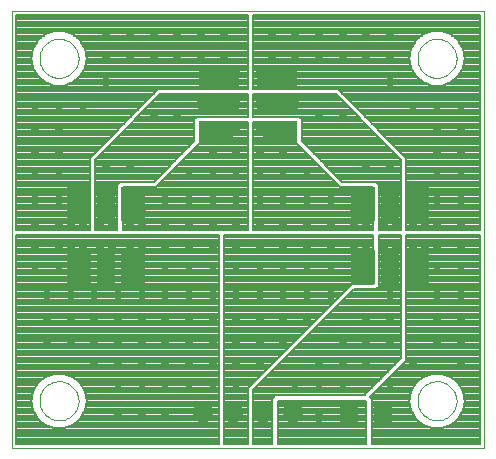
<source format=gtl>
G75*
G70*
%OFA0B0*%
%FSLAX24Y24*%
%IPPOS*%
%LPD*%
%AMOC8*
5,1,8,0,0,1.08239X$1,22.5*
%
%ADD10C,0.0000*%
%ADD11R,0.0787X0.1181*%
%ADD12R,0.0630X0.1181*%
%ADD13R,0.1181X0.0787*%
%ADD14R,0.1181X0.0630*%
%ADD15R,0.0630X0.0710*%
%ADD16C,0.0690*%
%ADD17C,0.0079*%
%ADD18C,0.0300*%
D10*
X000150Y000852D02*
X000150Y015419D01*
X015898Y015419D01*
X015898Y000852D01*
X000150Y000852D01*
X001075Y002427D02*
X001077Y002477D01*
X001083Y002527D01*
X001093Y002577D01*
X001106Y002625D01*
X001123Y002673D01*
X001144Y002719D01*
X001168Y002763D01*
X001196Y002805D01*
X001227Y002845D01*
X001261Y002882D01*
X001298Y002917D01*
X001337Y002948D01*
X001378Y002977D01*
X001422Y003002D01*
X001468Y003024D01*
X001515Y003042D01*
X001563Y003056D01*
X001612Y003067D01*
X001662Y003074D01*
X001712Y003077D01*
X001763Y003076D01*
X001813Y003071D01*
X001863Y003062D01*
X001911Y003050D01*
X001959Y003033D01*
X002005Y003013D01*
X002050Y002990D01*
X002093Y002963D01*
X002133Y002933D01*
X002171Y002900D01*
X002206Y002864D01*
X002239Y002825D01*
X002268Y002784D01*
X002294Y002741D01*
X002317Y002696D01*
X002336Y002649D01*
X002351Y002601D01*
X002363Y002552D01*
X002371Y002502D01*
X002375Y002452D01*
X002375Y002402D01*
X002371Y002352D01*
X002363Y002302D01*
X002351Y002253D01*
X002336Y002205D01*
X002317Y002158D01*
X002294Y002113D01*
X002268Y002070D01*
X002239Y002029D01*
X002206Y001990D01*
X002171Y001954D01*
X002133Y001921D01*
X002093Y001891D01*
X002050Y001864D01*
X002005Y001841D01*
X001959Y001821D01*
X001911Y001804D01*
X001863Y001792D01*
X001813Y001783D01*
X001763Y001778D01*
X001712Y001777D01*
X001662Y001780D01*
X001612Y001787D01*
X001563Y001798D01*
X001515Y001812D01*
X001468Y001830D01*
X001422Y001852D01*
X001378Y001877D01*
X001337Y001906D01*
X001298Y001937D01*
X001261Y001972D01*
X001227Y002009D01*
X001196Y002049D01*
X001168Y002091D01*
X001144Y002135D01*
X001123Y002181D01*
X001106Y002229D01*
X001093Y002277D01*
X001083Y002327D01*
X001077Y002377D01*
X001075Y002427D01*
X001075Y013844D02*
X001077Y013894D01*
X001083Y013944D01*
X001093Y013994D01*
X001106Y014042D01*
X001123Y014090D01*
X001144Y014136D01*
X001168Y014180D01*
X001196Y014222D01*
X001227Y014262D01*
X001261Y014299D01*
X001298Y014334D01*
X001337Y014365D01*
X001378Y014394D01*
X001422Y014419D01*
X001468Y014441D01*
X001515Y014459D01*
X001563Y014473D01*
X001612Y014484D01*
X001662Y014491D01*
X001712Y014494D01*
X001763Y014493D01*
X001813Y014488D01*
X001863Y014479D01*
X001911Y014467D01*
X001959Y014450D01*
X002005Y014430D01*
X002050Y014407D01*
X002093Y014380D01*
X002133Y014350D01*
X002171Y014317D01*
X002206Y014281D01*
X002239Y014242D01*
X002268Y014201D01*
X002294Y014158D01*
X002317Y014113D01*
X002336Y014066D01*
X002351Y014018D01*
X002363Y013969D01*
X002371Y013919D01*
X002375Y013869D01*
X002375Y013819D01*
X002371Y013769D01*
X002363Y013719D01*
X002351Y013670D01*
X002336Y013622D01*
X002317Y013575D01*
X002294Y013530D01*
X002268Y013487D01*
X002239Y013446D01*
X002206Y013407D01*
X002171Y013371D01*
X002133Y013338D01*
X002093Y013308D01*
X002050Y013281D01*
X002005Y013258D01*
X001959Y013238D01*
X001911Y013221D01*
X001863Y013209D01*
X001813Y013200D01*
X001763Y013195D01*
X001712Y013194D01*
X001662Y013197D01*
X001612Y013204D01*
X001563Y013215D01*
X001515Y013229D01*
X001468Y013247D01*
X001422Y013269D01*
X001378Y013294D01*
X001337Y013323D01*
X001298Y013354D01*
X001261Y013389D01*
X001227Y013426D01*
X001196Y013466D01*
X001168Y013508D01*
X001144Y013552D01*
X001123Y013598D01*
X001106Y013646D01*
X001093Y013694D01*
X001083Y013744D01*
X001077Y013794D01*
X001075Y013844D01*
X013673Y013844D02*
X013675Y013894D01*
X013681Y013944D01*
X013691Y013994D01*
X013704Y014042D01*
X013721Y014090D01*
X013742Y014136D01*
X013766Y014180D01*
X013794Y014222D01*
X013825Y014262D01*
X013859Y014299D01*
X013896Y014334D01*
X013935Y014365D01*
X013976Y014394D01*
X014020Y014419D01*
X014066Y014441D01*
X014113Y014459D01*
X014161Y014473D01*
X014210Y014484D01*
X014260Y014491D01*
X014310Y014494D01*
X014361Y014493D01*
X014411Y014488D01*
X014461Y014479D01*
X014509Y014467D01*
X014557Y014450D01*
X014603Y014430D01*
X014648Y014407D01*
X014691Y014380D01*
X014731Y014350D01*
X014769Y014317D01*
X014804Y014281D01*
X014837Y014242D01*
X014866Y014201D01*
X014892Y014158D01*
X014915Y014113D01*
X014934Y014066D01*
X014949Y014018D01*
X014961Y013969D01*
X014969Y013919D01*
X014973Y013869D01*
X014973Y013819D01*
X014969Y013769D01*
X014961Y013719D01*
X014949Y013670D01*
X014934Y013622D01*
X014915Y013575D01*
X014892Y013530D01*
X014866Y013487D01*
X014837Y013446D01*
X014804Y013407D01*
X014769Y013371D01*
X014731Y013338D01*
X014691Y013308D01*
X014648Y013281D01*
X014603Y013258D01*
X014557Y013238D01*
X014509Y013221D01*
X014461Y013209D01*
X014411Y013200D01*
X014361Y013195D01*
X014310Y013194D01*
X014260Y013197D01*
X014210Y013204D01*
X014161Y013215D01*
X014113Y013229D01*
X014066Y013247D01*
X014020Y013269D01*
X013976Y013294D01*
X013935Y013323D01*
X013896Y013354D01*
X013859Y013389D01*
X013825Y013426D01*
X013794Y013466D01*
X013766Y013508D01*
X013742Y013552D01*
X013721Y013598D01*
X013704Y013646D01*
X013691Y013694D01*
X013681Y013744D01*
X013675Y013794D01*
X013673Y013844D01*
X013673Y002427D02*
X013675Y002477D01*
X013681Y002527D01*
X013691Y002577D01*
X013704Y002625D01*
X013721Y002673D01*
X013742Y002719D01*
X013766Y002763D01*
X013794Y002805D01*
X013825Y002845D01*
X013859Y002882D01*
X013896Y002917D01*
X013935Y002948D01*
X013976Y002977D01*
X014020Y003002D01*
X014066Y003024D01*
X014113Y003042D01*
X014161Y003056D01*
X014210Y003067D01*
X014260Y003074D01*
X014310Y003077D01*
X014361Y003076D01*
X014411Y003071D01*
X014461Y003062D01*
X014509Y003050D01*
X014557Y003033D01*
X014603Y003013D01*
X014648Y002990D01*
X014691Y002963D01*
X014731Y002933D01*
X014769Y002900D01*
X014804Y002864D01*
X014837Y002825D01*
X014866Y002784D01*
X014892Y002741D01*
X014915Y002696D01*
X014934Y002649D01*
X014949Y002601D01*
X014961Y002552D01*
X014969Y002502D01*
X014973Y002452D01*
X014973Y002402D01*
X014969Y002352D01*
X014961Y002302D01*
X014949Y002253D01*
X014934Y002205D01*
X014915Y002158D01*
X014892Y002113D01*
X014866Y002070D01*
X014837Y002029D01*
X014804Y001990D01*
X014769Y001954D01*
X014731Y001921D01*
X014691Y001891D01*
X014648Y001864D01*
X014603Y001841D01*
X014557Y001821D01*
X014509Y001804D01*
X014461Y001792D01*
X014411Y001783D01*
X014361Y001778D01*
X014310Y001777D01*
X014260Y001780D01*
X014210Y001787D01*
X014161Y001798D01*
X014113Y001812D01*
X014066Y001830D01*
X014020Y001852D01*
X013976Y001877D01*
X013935Y001906D01*
X013896Y001937D01*
X013859Y001972D01*
X013825Y002009D01*
X013794Y002049D01*
X013766Y002091D01*
X013742Y002135D01*
X013721Y002181D01*
X013704Y002229D01*
X013691Y002277D01*
X013681Y002327D01*
X013675Y002377D01*
X013673Y002427D01*
D11*
X013654Y006876D03*
X011843Y006876D03*
X011843Y009002D03*
X013654Y009002D03*
X004205Y009002D03*
X002394Y009002D03*
X002394Y006876D03*
X004205Y006876D03*
D12*
X003300Y006876D03*
X003300Y009002D03*
X012748Y009002D03*
X012748Y006876D03*
D13*
X009087Y011364D03*
X009087Y013175D03*
X006961Y013175D03*
X006961Y011364D03*
D14*
X006961Y012270D03*
X009087Y012270D03*
D15*
X011401Y002033D03*
X012521Y002033D03*
D16*
X009524Y002033D03*
X008524Y002033D03*
X007524Y002033D03*
X006524Y002033D03*
D17*
X007040Y002011D02*
X002535Y002011D01*
X002579Y002088D02*
X007040Y002088D01*
X007040Y002130D02*
X007040Y001937D01*
X007040Y001937D01*
X007040Y000992D01*
X000289Y000992D01*
X000289Y007939D01*
X007040Y007939D01*
X007040Y002130D01*
X007040Y002130D01*
X007040Y002165D02*
X002602Y002165D01*
X002593Y002111D02*
X002648Y002427D01*
X002593Y002743D01*
X002432Y003021D01*
X002187Y003227D01*
X002187Y003227D01*
X001885Y003336D01*
X001564Y003336D01*
X001263Y003227D01*
X001017Y003021D01*
X000857Y002743D01*
X000857Y002743D01*
X000801Y002427D01*
X000801Y002427D01*
X000857Y002111D01*
X001017Y001833D01*
X001263Y001627D01*
X001564Y001518D01*
X001651Y001518D01*
X001885Y001518D01*
X002187Y001627D01*
X002432Y001833D01*
X002432Y001833D01*
X002432Y001833D01*
X002593Y002111D01*
X002593Y002111D01*
X002616Y002243D02*
X007040Y002243D01*
X007040Y002320D02*
X002629Y002320D01*
X002643Y002397D02*
X007040Y002397D01*
X007040Y002474D02*
X002640Y002474D01*
X002648Y002427D02*
X002648Y002427D01*
X002626Y002552D02*
X007040Y002552D01*
X007040Y002629D02*
X002613Y002629D01*
X002599Y002706D02*
X007040Y002706D01*
X007040Y002783D02*
X002569Y002783D01*
X002593Y002743D02*
X002593Y002743D01*
X002525Y002860D02*
X007040Y002860D01*
X007040Y002938D02*
X002480Y002938D01*
X002435Y003015D02*
X007040Y003015D01*
X007040Y003092D02*
X002347Y003092D01*
X002432Y003021D02*
X002432Y003021D01*
X002255Y003169D02*
X007040Y003169D01*
X007040Y003247D02*
X002132Y003247D01*
X001919Y003324D02*
X007040Y003324D01*
X007040Y003401D02*
X000289Y003401D01*
X000289Y003324D02*
X001530Y003324D01*
X001318Y003247D02*
X000289Y003247D01*
X000289Y003169D02*
X001195Y003169D01*
X001263Y003227D02*
X001263Y003227D01*
X001103Y003092D02*
X000289Y003092D01*
X000289Y003015D02*
X001014Y003015D01*
X001017Y003021D02*
X001017Y003021D01*
X001017Y003021D01*
X000970Y002938D02*
X000289Y002938D01*
X000289Y002860D02*
X000925Y002860D01*
X000880Y002783D02*
X000289Y002783D01*
X000289Y002706D02*
X000851Y002706D01*
X000837Y002629D02*
X000289Y002629D01*
X000289Y002552D02*
X000823Y002552D01*
X000810Y002474D02*
X000289Y002474D01*
X000289Y002397D02*
X000807Y002397D01*
X000820Y002320D02*
X000289Y002320D01*
X000289Y002243D02*
X000834Y002243D01*
X000848Y002165D02*
X000289Y002165D01*
X000289Y002088D02*
X000870Y002088D01*
X000915Y002011D02*
X000289Y002011D01*
X000289Y001934D02*
X000960Y001934D01*
X001004Y001856D02*
X000289Y001856D01*
X000289Y001779D02*
X001082Y001779D01*
X001174Y001702D02*
X000289Y001702D01*
X000289Y001625D02*
X001271Y001625D01*
X001263Y001627D02*
X001263Y001627D01*
X001483Y001547D02*
X000289Y001547D01*
X000289Y001470D02*
X007040Y001470D01*
X007040Y001393D02*
X000289Y001393D01*
X000289Y001316D02*
X007040Y001316D01*
X007040Y001238D02*
X000289Y001238D01*
X000289Y001161D02*
X007040Y001161D01*
X007040Y001084D02*
X000289Y001084D01*
X000289Y001007D02*
X007040Y001007D01*
X007219Y001007D02*
X008024Y001007D01*
X008024Y000992D02*
X007219Y000992D01*
X007219Y007939D01*
X012197Y007939D01*
X012197Y006325D01*
X011489Y006325D01*
X008024Y002860D01*
X008024Y000992D01*
X008024Y001084D02*
X007219Y001084D01*
X007219Y001161D02*
X008024Y001161D01*
X008024Y001238D02*
X007219Y001238D01*
X007219Y001316D02*
X008024Y001316D01*
X008024Y001393D02*
X007219Y001393D01*
X007219Y001470D02*
X008024Y001470D01*
X008024Y001547D02*
X007219Y001547D01*
X007219Y001625D02*
X008024Y001625D01*
X008024Y001702D02*
X007219Y001702D01*
X007219Y001779D02*
X008024Y001779D01*
X008024Y001856D02*
X007219Y001856D01*
X007219Y001934D02*
X008024Y001934D01*
X008024Y002011D02*
X007219Y002011D01*
X007219Y002088D02*
X008024Y002088D01*
X008024Y002165D02*
X007219Y002165D01*
X007219Y002243D02*
X008024Y002243D01*
X008024Y002320D02*
X007219Y002320D01*
X007219Y002397D02*
X008024Y002397D01*
X008024Y002474D02*
X007219Y002474D01*
X007219Y002552D02*
X008024Y002552D01*
X008024Y002629D02*
X007219Y002629D01*
X007219Y002706D02*
X008024Y002706D01*
X008024Y002783D02*
X007219Y002783D01*
X007219Y002860D02*
X008024Y002860D01*
X008102Y002938D02*
X007219Y002938D01*
X007219Y003015D02*
X008179Y003015D01*
X008256Y003092D02*
X007219Y003092D01*
X007219Y003169D02*
X008333Y003169D01*
X008411Y003247D02*
X007219Y003247D01*
X007219Y003324D02*
X008488Y003324D01*
X008565Y003401D02*
X007219Y003401D01*
X007219Y003478D02*
X008642Y003478D01*
X008720Y003556D02*
X007219Y003556D01*
X007219Y003633D02*
X008797Y003633D01*
X008874Y003710D02*
X007219Y003710D01*
X007219Y003787D02*
X008951Y003787D01*
X009029Y003865D02*
X007219Y003865D01*
X007219Y003942D02*
X009106Y003942D01*
X009183Y004019D02*
X007219Y004019D01*
X007219Y004096D02*
X009260Y004096D01*
X009337Y004174D02*
X007219Y004174D01*
X007219Y004251D02*
X009415Y004251D01*
X009492Y004328D02*
X007219Y004328D01*
X007219Y004405D02*
X009569Y004405D01*
X009646Y004483D02*
X007219Y004483D01*
X007219Y004560D02*
X009724Y004560D01*
X009801Y004637D02*
X007219Y004637D01*
X007219Y004714D02*
X009878Y004714D01*
X009955Y004791D02*
X007219Y004791D01*
X007219Y004869D02*
X010033Y004869D01*
X010110Y004946D02*
X007219Y004946D01*
X007219Y005023D02*
X010187Y005023D01*
X010264Y005100D02*
X007219Y005100D01*
X007219Y005178D02*
X010342Y005178D01*
X010419Y005255D02*
X007219Y005255D01*
X007219Y005332D02*
X010496Y005332D01*
X010573Y005409D02*
X007219Y005409D01*
X007219Y005487D02*
X010651Y005487D01*
X010728Y005564D02*
X007219Y005564D01*
X007219Y005641D02*
X010805Y005641D01*
X010882Y005718D02*
X007219Y005718D01*
X007219Y005796D02*
X010960Y005796D01*
X011037Y005873D02*
X007219Y005873D01*
X007219Y005950D02*
X011114Y005950D01*
X011191Y006027D02*
X007219Y006027D01*
X007219Y006105D02*
X011268Y006105D01*
X011346Y006182D02*
X007219Y006182D01*
X007219Y006259D02*
X011423Y006259D01*
X011563Y006146D02*
X012294Y006146D01*
X012376Y006228D01*
X012376Y007939D01*
X013121Y007939D01*
X013121Y003840D01*
X011887Y002606D01*
X008934Y002606D01*
X008830Y002501D01*
X008830Y000992D01*
X008203Y000992D01*
X008203Y002786D01*
X011563Y006146D01*
X011521Y006105D02*
X013121Y006105D01*
X013121Y006182D02*
X012330Y006182D01*
X012376Y006259D02*
X013121Y006259D01*
X013121Y006336D02*
X012376Y006336D01*
X012376Y006414D02*
X013121Y006414D01*
X013121Y006491D02*
X012376Y006491D01*
X012376Y006568D02*
X013121Y006568D01*
X013121Y006645D02*
X012376Y006645D01*
X012376Y006723D02*
X013121Y006723D01*
X013121Y006800D02*
X012376Y006800D01*
X012376Y006877D02*
X013121Y006877D01*
X013121Y006954D02*
X012376Y006954D01*
X012376Y007031D02*
X013121Y007031D01*
X013121Y007109D02*
X012376Y007109D01*
X012376Y007186D02*
X013121Y007186D01*
X013121Y007263D02*
X012376Y007263D01*
X012376Y007340D02*
X013121Y007340D01*
X013121Y007418D02*
X012376Y007418D01*
X012376Y007495D02*
X013121Y007495D01*
X013121Y007572D02*
X012376Y007572D01*
X012376Y007649D02*
X013121Y007649D01*
X013121Y007727D02*
X012376Y007727D01*
X012376Y007804D02*
X013121Y007804D01*
X013121Y007881D02*
X012376Y007881D01*
X012197Y007881D02*
X007219Y007881D01*
X007219Y007804D02*
X012197Y007804D01*
X012197Y007727D02*
X007219Y007727D01*
X007219Y007649D02*
X012197Y007649D01*
X012197Y007572D02*
X007219Y007572D01*
X007219Y007495D02*
X012197Y007495D01*
X012197Y007418D02*
X007219Y007418D01*
X007219Y007340D02*
X012197Y007340D01*
X012197Y007263D02*
X007219Y007263D01*
X007219Y007186D02*
X012197Y007186D01*
X012197Y007109D02*
X007219Y007109D01*
X007219Y007031D02*
X012197Y007031D01*
X012197Y006954D02*
X007219Y006954D01*
X007219Y006877D02*
X012197Y006877D01*
X012197Y006800D02*
X007219Y006800D01*
X007219Y006723D02*
X012197Y006723D01*
X012197Y006645D02*
X007219Y006645D01*
X007219Y006568D02*
X012197Y006568D01*
X012197Y006491D02*
X007219Y006491D01*
X007219Y006414D02*
X012197Y006414D01*
X012197Y006336D02*
X007219Y006336D01*
X007040Y006336D02*
X000289Y006336D01*
X000289Y006259D02*
X007040Y006259D01*
X007040Y006182D02*
X000289Y006182D01*
X000289Y006105D02*
X007040Y006105D01*
X007040Y006027D02*
X000289Y006027D01*
X000289Y005950D02*
X007040Y005950D01*
X007040Y005873D02*
X000289Y005873D01*
X000289Y005796D02*
X007040Y005796D01*
X007040Y005718D02*
X000289Y005718D01*
X000289Y005641D02*
X007040Y005641D01*
X007040Y005564D02*
X000289Y005564D01*
X000289Y005487D02*
X007040Y005487D01*
X007040Y005409D02*
X000289Y005409D01*
X000289Y005332D02*
X007040Y005332D01*
X007040Y005255D02*
X000289Y005255D01*
X000289Y005178D02*
X007040Y005178D01*
X007040Y005100D02*
X000289Y005100D01*
X000289Y005023D02*
X007040Y005023D01*
X007040Y004946D02*
X000289Y004946D01*
X000289Y004869D02*
X007040Y004869D01*
X007040Y004791D02*
X000289Y004791D01*
X000289Y004714D02*
X007040Y004714D01*
X007040Y004637D02*
X000289Y004637D01*
X000289Y004560D02*
X007040Y004560D01*
X007040Y004483D02*
X000289Y004483D01*
X000289Y004405D02*
X007040Y004405D01*
X007040Y004328D02*
X000289Y004328D01*
X000289Y004251D02*
X007040Y004251D01*
X007040Y004174D02*
X000289Y004174D01*
X000289Y004096D02*
X007040Y004096D01*
X007040Y004019D02*
X000289Y004019D01*
X000289Y003942D02*
X007040Y003942D01*
X007040Y003865D02*
X000289Y003865D01*
X000289Y003787D02*
X007040Y003787D01*
X007040Y003710D02*
X000289Y003710D01*
X000289Y003633D02*
X007040Y003633D01*
X007040Y003556D02*
X000289Y003556D01*
X000289Y003478D02*
X007040Y003478D01*
X008203Y002783D02*
X012064Y002783D01*
X011987Y002706D02*
X008203Y002706D01*
X008203Y002629D02*
X011910Y002629D01*
X012087Y002553D02*
X013300Y003766D01*
X013300Y007939D01*
X015759Y007939D01*
X015759Y000992D01*
X012140Y000992D01*
X012140Y002501D01*
X012087Y002553D01*
X012089Y002552D02*
X013422Y002552D01*
X013435Y002629D02*
X012163Y002629D01*
X012240Y002706D02*
X013449Y002706D01*
X013456Y002743D02*
X013400Y002427D01*
X013456Y002111D01*
X013616Y001833D01*
X013862Y001627D01*
X014163Y001518D01*
X014398Y001518D01*
X014484Y001518D01*
X014785Y001627D01*
X015031Y001833D01*
X015191Y002111D01*
X015191Y002111D01*
X015247Y002427D01*
X015191Y002743D01*
X015031Y003021D01*
X014785Y003227D01*
X014484Y003336D01*
X014163Y003336D01*
X013862Y003227D01*
X013862Y003227D01*
X013616Y003021D01*
X013616Y003021D01*
X013616Y003021D01*
X013456Y002743D01*
X013456Y002743D01*
X013479Y002783D02*
X012317Y002783D01*
X012394Y002860D02*
X013523Y002860D01*
X013568Y002938D02*
X012472Y002938D01*
X012549Y003015D02*
X013613Y003015D01*
X013701Y003092D02*
X012626Y003092D01*
X012703Y003169D02*
X013793Y003169D01*
X013916Y003247D02*
X012781Y003247D01*
X012858Y003324D02*
X014129Y003324D01*
X014518Y003324D02*
X015759Y003324D01*
X015759Y003401D02*
X012935Y003401D01*
X013012Y003478D02*
X015759Y003478D01*
X015759Y003556D02*
X013090Y003556D01*
X013167Y003633D02*
X015759Y003633D01*
X015759Y003710D02*
X013244Y003710D01*
X013300Y003787D02*
X015759Y003787D01*
X015759Y003865D02*
X013300Y003865D01*
X013300Y003942D02*
X015759Y003942D01*
X015759Y004019D02*
X013300Y004019D01*
X013300Y004096D02*
X015759Y004096D01*
X015759Y004174D02*
X013300Y004174D01*
X013300Y004251D02*
X015759Y004251D01*
X015759Y004328D02*
X013300Y004328D01*
X013300Y004405D02*
X015759Y004405D01*
X015759Y004483D02*
X013300Y004483D01*
X013300Y004560D02*
X015759Y004560D01*
X015759Y004637D02*
X013300Y004637D01*
X013300Y004714D02*
X015759Y004714D01*
X015759Y004791D02*
X013300Y004791D01*
X013300Y004869D02*
X015759Y004869D01*
X015759Y004946D02*
X013300Y004946D01*
X013300Y005023D02*
X015759Y005023D01*
X015759Y005100D02*
X013300Y005100D01*
X013300Y005178D02*
X015759Y005178D01*
X015759Y005255D02*
X013300Y005255D01*
X013300Y005332D02*
X015759Y005332D01*
X015759Y005409D02*
X013300Y005409D01*
X013300Y005487D02*
X015759Y005487D01*
X015759Y005564D02*
X013300Y005564D01*
X013300Y005641D02*
X015759Y005641D01*
X015759Y005718D02*
X013300Y005718D01*
X013300Y005796D02*
X015759Y005796D01*
X015759Y005873D02*
X013300Y005873D01*
X013300Y005950D02*
X015759Y005950D01*
X015759Y006027D02*
X013300Y006027D01*
X013300Y006105D02*
X015759Y006105D01*
X015759Y006182D02*
X013300Y006182D01*
X013300Y006259D02*
X015759Y006259D01*
X015759Y006336D02*
X013300Y006336D01*
X013300Y006414D02*
X015759Y006414D01*
X015759Y006491D02*
X013300Y006491D01*
X013300Y006568D02*
X015759Y006568D01*
X015759Y006645D02*
X013300Y006645D01*
X013300Y006723D02*
X015759Y006723D01*
X015759Y006800D02*
X013300Y006800D01*
X013300Y006877D02*
X015759Y006877D01*
X015759Y006954D02*
X013300Y006954D01*
X013300Y007031D02*
X015759Y007031D01*
X015759Y007109D02*
X013300Y007109D01*
X013300Y007186D02*
X015759Y007186D01*
X015759Y007263D02*
X013300Y007263D01*
X013300Y007340D02*
X015759Y007340D01*
X015759Y007418D02*
X013300Y007418D01*
X013300Y007495D02*
X015759Y007495D01*
X015759Y007572D02*
X013300Y007572D01*
X013300Y007649D02*
X015759Y007649D01*
X015759Y007727D02*
X013300Y007727D01*
X013300Y007804D02*
X015759Y007804D01*
X015759Y007881D02*
X013300Y007881D01*
X013300Y008118D02*
X013300Y010537D01*
X011016Y012821D01*
X008203Y012821D01*
X008203Y015280D01*
X015759Y015280D01*
X015759Y008118D01*
X013300Y008118D01*
X013300Y008190D02*
X015759Y008190D01*
X015759Y008267D02*
X013300Y008267D01*
X013300Y008345D02*
X015759Y008345D01*
X015759Y008422D02*
X013300Y008422D01*
X013300Y008499D02*
X015759Y008499D01*
X015759Y008576D02*
X013300Y008576D01*
X013300Y008654D02*
X015759Y008654D01*
X015759Y008731D02*
X013300Y008731D01*
X013300Y008808D02*
X015759Y008808D01*
X015759Y008885D02*
X013300Y008885D01*
X013300Y008962D02*
X015759Y008962D01*
X015759Y009040D02*
X013300Y009040D01*
X013300Y009117D02*
X015759Y009117D01*
X015759Y009194D02*
X013300Y009194D01*
X013300Y009271D02*
X015759Y009271D01*
X015759Y009349D02*
X013300Y009349D01*
X013300Y009426D02*
X015759Y009426D01*
X015759Y009503D02*
X013300Y009503D01*
X013300Y009580D02*
X015759Y009580D01*
X015759Y009658D02*
X013300Y009658D01*
X013300Y009735D02*
X015759Y009735D01*
X015759Y009812D02*
X013300Y009812D01*
X013300Y009889D02*
X015759Y009889D01*
X015759Y009967D02*
X013300Y009967D01*
X013300Y010044D02*
X015759Y010044D01*
X015759Y010121D02*
X013300Y010121D01*
X013300Y010198D02*
X015759Y010198D01*
X015759Y010276D02*
X013300Y010276D01*
X013300Y010353D02*
X015759Y010353D01*
X015759Y010430D02*
X013300Y010430D01*
X013300Y010507D02*
X015759Y010507D01*
X015759Y010585D02*
X013252Y010585D01*
X013175Y010662D02*
X015759Y010662D01*
X015759Y010739D02*
X013098Y010739D01*
X013021Y010816D02*
X015759Y010816D01*
X015759Y010893D02*
X012943Y010893D01*
X012866Y010971D02*
X015759Y010971D01*
X015759Y011048D02*
X012789Y011048D01*
X012712Y011125D02*
X015759Y011125D01*
X015759Y011202D02*
X012634Y011202D01*
X012557Y011280D02*
X015759Y011280D01*
X015759Y011357D02*
X012480Y011357D01*
X012403Y011434D02*
X015759Y011434D01*
X015759Y011511D02*
X012325Y011511D01*
X012248Y011589D02*
X015759Y011589D01*
X015759Y011666D02*
X012171Y011666D01*
X012094Y011743D02*
X015759Y011743D01*
X015759Y011820D02*
X012017Y011820D01*
X011939Y011898D02*
X015759Y011898D01*
X015759Y011975D02*
X011862Y011975D01*
X011785Y012052D02*
X015759Y012052D01*
X015759Y012129D02*
X011708Y012129D01*
X011630Y012207D02*
X015759Y012207D01*
X015759Y012284D02*
X011553Y012284D01*
X011476Y012361D02*
X015759Y012361D01*
X015759Y012438D02*
X011399Y012438D01*
X011321Y012516D02*
X015759Y012516D01*
X015759Y012593D02*
X011244Y012593D01*
X011167Y012670D02*
X015759Y012670D01*
X015759Y012747D02*
X011090Y012747D01*
X010942Y012642D02*
X012963Y010621D01*
X013121Y010463D01*
X013121Y008118D01*
X012376Y008118D01*
X012376Y009650D01*
X012294Y009732D01*
X011169Y009732D01*
X009817Y011084D01*
X009817Y011792D01*
X009817Y011815D01*
X009735Y011897D01*
X008203Y011897D01*
X008203Y012642D01*
X010942Y012642D01*
X010991Y012593D02*
X008203Y012593D01*
X008203Y012516D02*
X011069Y012516D01*
X011146Y012438D02*
X008203Y012438D01*
X008203Y012361D02*
X011223Y012361D01*
X011300Y012284D02*
X008203Y012284D01*
X008203Y012207D02*
X011378Y012207D01*
X011455Y012129D02*
X008203Y012129D01*
X008203Y012052D02*
X011532Y012052D01*
X011609Y011975D02*
X008203Y011975D01*
X008203Y011898D02*
X011686Y011898D01*
X011764Y011820D02*
X009812Y011820D01*
X009817Y011743D02*
X011841Y011743D01*
X011918Y011666D02*
X009817Y011666D01*
X009817Y011589D02*
X011995Y011589D01*
X012073Y011511D02*
X009817Y011511D01*
X009817Y011434D02*
X012150Y011434D01*
X012227Y011357D02*
X009817Y011357D01*
X009817Y011280D02*
X012304Y011280D01*
X012382Y011202D02*
X009817Y011202D01*
X009817Y011125D02*
X012459Y011125D01*
X012536Y011048D02*
X009853Y011048D01*
X009930Y010971D02*
X012613Y010971D01*
X012691Y010893D02*
X010007Y010893D01*
X010084Y010816D02*
X012768Y010816D01*
X012845Y010739D02*
X010162Y010739D01*
X010239Y010662D02*
X012922Y010662D01*
X013000Y010585D02*
X010316Y010585D01*
X010393Y010507D02*
X013077Y010507D01*
X013121Y010430D02*
X010471Y010430D01*
X010548Y010353D02*
X013121Y010353D01*
X013121Y010276D02*
X010625Y010276D01*
X010702Y010198D02*
X013121Y010198D01*
X013121Y010121D02*
X010780Y010121D01*
X010857Y010044D02*
X013121Y010044D01*
X013121Y009967D02*
X010934Y009967D01*
X011011Y009889D02*
X013121Y009889D01*
X013121Y009812D02*
X011089Y009812D01*
X011166Y009735D02*
X013121Y009735D01*
X013121Y009658D02*
X012368Y009658D01*
X012376Y009580D02*
X013121Y009580D01*
X013121Y009503D02*
X012376Y009503D01*
X012376Y009426D02*
X013121Y009426D01*
X013121Y009349D02*
X012376Y009349D01*
X012376Y009271D02*
X013121Y009271D01*
X013121Y009194D02*
X012376Y009194D01*
X012376Y009117D02*
X013121Y009117D01*
X013121Y009040D02*
X012376Y009040D01*
X012376Y008962D02*
X013121Y008962D01*
X013121Y008885D02*
X012376Y008885D01*
X012376Y008808D02*
X013121Y008808D01*
X013121Y008731D02*
X012376Y008731D01*
X012376Y008654D02*
X013121Y008654D01*
X013121Y008576D02*
X012376Y008576D01*
X012376Y008499D02*
X013121Y008499D01*
X013121Y008422D02*
X012376Y008422D01*
X012376Y008345D02*
X013121Y008345D01*
X013121Y008267D02*
X012376Y008267D01*
X012376Y008190D02*
X013121Y008190D01*
X012197Y008190D02*
X008203Y008190D01*
X008203Y008118D02*
X008203Y011718D01*
X009638Y011718D01*
X009638Y011010D01*
X011095Y009553D01*
X012197Y009553D01*
X012197Y008118D01*
X008203Y008118D01*
X008203Y008267D02*
X012197Y008267D01*
X012197Y008345D02*
X008203Y008345D01*
X008203Y008422D02*
X012197Y008422D01*
X012197Y008499D02*
X008203Y008499D01*
X008203Y008576D02*
X012197Y008576D01*
X012197Y008654D02*
X008203Y008654D01*
X008203Y008731D02*
X012197Y008731D01*
X012197Y008808D02*
X008203Y008808D01*
X008203Y008885D02*
X012197Y008885D01*
X012197Y008962D02*
X008203Y008962D01*
X008203Y009040D02*
X012197Y009040D01*
X012197Y009117D02*
X008203Y009117D01*
X008203Y009194D02*
X012197Y009194D01*
X012197Y009271D02*
X008203Y009271D01*
X008203Y009349D02*
X012197Y009349D01*
X012197Y009426D02*
X008203Y009426D01*
X008203Y009503D02*
X012197Y009503D01*
X011068Y009580D02*
X008203Y009580D01*
X008203Y009658D02*
X010990Y009658D01*
X010913Y009735D02*
X008203Y009735D01*
X008203Y009812D02*
X010836Y009812D01*
X010759Y009889D02*
X008203Y009889D01*
X008203Y009967D02*
X010681Y009967D01*
X010604Y010044D02*
X008203Y010044D01*
X008203Y010121D02*
X010527Y010121D01*
X010450Y010198D02*
X008203Y010198D01*
X008203Y010276D02*
X010372Y010276D01*
X010295Y010353D02*
X008203Y010353D01*
X008203Y010430D02*
X010218Y010430D01*
X010141Y010507D02*
X008203Y010507D01*
X008203Y010585D02*
X010063Y010585D01*
X009986Y010662D02*
X008203Y010662D01*
X008203Y010739D02*
X009909Y010739D01*
X009832Y010816D02*
X008203Y010816D01*
X008203Y010893D02*
X009754Y010893D01*
X009677Y010971D02*
X008203Y010971D01*
X008203Y011048D02*
X009638Y011048D01*
X009638Y011125D02*
X008203Y011125D01*
X008203Y011202D02*
X009638Y011202D01*
X009638Y011280D02*
X008203Y011280D01*
X008203Y011357D02*
X009638Y011357D01*
X009638Y011434D02*
X008203Y011434D01*
X008203Y011511D02*
X009638Y011511D01*
X009638Y011589D02*
X008203Y011589D01*
X008203Y011666D02*
X009638Y011666D01*
X008203Y012824D02*
X015759Y012824D01*
X015759Y012902D02*
X008203Y012902D01*
X008203Y012979D02*
X014042Y012979D01*
X014163Y012935D02*
X013862Y013045D01*
X013862Y013045D01*
X013616Y013251D01*
X013616Y013251D01*
X013456Y013529D01*
X013456Y013529D01*
X013400Y013844D01*
X013400Y013844D01*
X013456Y014160D01*
X013456Y014160D01*
X013616Y014438D01*
X013616Y014438D01*
X013862Y014644D01*
X014163Y014754D01*
X014163Y014754D01*
X014484Y014754D01*
X014785Y014644D01*
X014785Y014644D01*
X015031Y014438D01*
X015031Y014438D01*
X015191Y014160D01*
X015191Y014160D01*
X015247Y013844D01*
X015247Y013844D01*
X015191Y013529D01*
X015191Y013529D01*
X015031Y013251D01*
X015031Y013251D01*
X015031Y013251D01*
X014785Y013045D01*
X014785Y013045D01*
X014484Y012935D01*
X014249Y012935D01*
X014163Y012935D01*
X013848Y013056D02*
X008203Y013056D01*
X008203Y013133D02*
X013756Y013133D01*
X013664Y013211D02*
X008203Y013211D01*
X008203Y013288D02*
X013594Y013288D01*
X013550Y013365D02*
X008203Y013365D01*
X008203Y013442D02*
X013505Y013442D01*
X013461Y013520D02*
X008203Y013520D01*
X008203Y013597D02*
X013443Y013597D01*
X013430Y013674D02*
X008203Y013674D01*
X008203Y013751D02*
X013416Y013751D01*
X013403Y013829D02*
X008203Y013829D01*
X008203Y013906D02*
X013411Y013906D01*
X013424Y013983D02*
X008203Y013983D01*
X008203Y014060D02*
X013438Y014060D01*
X013452Y014138D02*
X008203Y014138D01*
X008203Y014215D02*
X013487Y014215D01*
X013532Y014292D02*
X008203Y014292D01*
X008203Y014369D02*
X013576Y014369D01*
X013626Y014447D02*
X008203Y014447D01*
X008203Y014524D02*
X013718Y014524D01*
X013810Y014601D02*
X008203Y014601D01*
X008203Y014678D02*
X013956Y014678D01*
X014691Y014678D02*
X015759Y014678D01*
X015759Y014601D02*
X014836Y014601D01*
X014928Y014524D02*
X015759Y014524D01*
X015759Y014447D02*
X015020Y014447D01*
X015070Y014369D02*
X015759Y014369D01*
X015759Y014292D02*
X015115Y014292D01*
X015159Y014215D02*
X015759Y014215D01*
X015759Y014138D02*
X015195Y014138D01*
X015209Y014060D02*
X015759Y014060D01*
X015759Y013983D02*
X015222Y013983D01*
X015236Y013906D02*
X015759Y013906D01*
X015759Y013829D02*
X015244Y013829D01*
X015230Y013751D02*
X015759Y013751D01*
X015759Y013674D02*
X015217Y013674D01*
X015203Y013597D02*
X015759Y013597D01*
X015759Y013520D02*
X015186Y013520D01*
X015141Y013442D02*
X015759Y013442D01*
X015759Y013365D02*
X015097Y013365D01*
X015052Y013288D02*
X015759Y013288D01*
X015759Y013211D02*
X014983Y013211D01*
X014891Y013133D02*
X015759Y013133D01*
X015759Y013056D02*
X014799Y013056D01*
X014604Y012979D02*
X015759Y012979D01*
X015759Y014756D02*
X008203Y014756D01*
X008203Y014833D02*
X015759Y014833D01*
X015759Y014910D02*
X008203Y014910D01*
X008203Y014987D02*
X015759Y014987D01*
X015759Y015064D02*
X008203Y015064D01*
X008203Y015142D02*
X015759Y015142D01*
X015759Y015219D02*
X008203Y015219D01*
X008024Y015219D02*
X000289Y015219D01*
X000289Y015280D02*
X008024Y015280D01*
X008024Y012821D01*
X005032Y012821D01*
X002748Y010537D01*
X002748Y008118D01*
X000289Y008118D01*
X000289Y015280D01*
X000289Y015142D02*
X008024Y015142D01*
X008024Y015064D02*
X000289Y015064D01*
X000289Y014987D02*
X008024Y014987D01*
X008024Y014910D02*
X000289Y014910D01*
X000289Y014833D02*
X008024Y014833D01*
X008024Y014756D02*
X000289Y014756D01*
X000289Y014678D02*
X001357Y014678D01*
X001263Y014644D02*
X001263Y014644D01*
X001017Y014438D01*
X000857Y014160D01*
X000801Y013844D01*
X000857Y013529D01*
X000857Y013529D01*
X001017Y013251D01*
X001017Y013251D01*
X001263Y013045D01*
X001263Y013045D01*
X001564Y012935D01*
X001651Y012935D01*
X001885Y012935D01*
X002187Y013045D01*
X002432Y013251D01*
X002432Y013251D01*
X002593Y013529D01*
X002648Y013844D01*
X002648Y013844D01*
X002593Y014160D01*
X002432Y014438D01*
X002187Y014644D01*
X002187Y014644D01*
X001885Y014754D01*
X001564Y014754D01*
X001263Y014644D01*
X001212Y014601D02*
X000289Y014601D01*
X000289Y014524D02*
X001120Y014524D01*
X001028Y014447D02*
X000289Y014447D01*
X000289Y014369D02*
X000978Y014369D01*
X001017Y014438D02*
X001017Y014438D01*
X001017Y014438D01*
X000933Y014292D02*
X000289Y014292D01*
X000289Y014215D02*
X000889Y014215D01*
X000857Y014160D02*
X000857Y014160D01*
X000853Y014138D02*
X000289Y014138D01*
X000289Y014060D02*
X000839Y014060D01*
X000826Y013983D02*
X000289Y013983D01*
X000289Y013906D02*
X000812Y013906D01*
X000801Y013844D02*
X000801Y013844D01*
X000804Y013829D02*
X000289Y013829D01*
X000289Y013751D02*
X000818Y013751D01*
X000831Y013674D02*
X000289Y013674D01*
X000289Y013597D02*
X000845Y013597D01*
X000862Y013520D02*
X000289Y013520D01*
X000289Y013442D02*
X000907Y013442D01*
X000951Y013365D02*
X000289Y013365D01*
X000289Y013288D02*
X000996Y013288D01*
X001065Y013211D02*
X000289Y013211D01*
X000289Y013133D02*
X001157Y013133D01*
X001249Y013056D02*
X000289Y013056D01*
X000289Y012979D02*
X001444Y012979D01*
X002006Y012979D02*
X008024Y012979D01*
X008024Y013056D02*
X002200Y013056D01*
X002187Y013045D02*
X002187Y013045D01*
X002292Y013133D02*
X008024Y013133D01*
X008024Y013211D02*
X002384Y013211D01*
X002454Y013288D02*
X008024Y013288D01*
X008024Y013365D02*
X002498Y013365D01*
X002543Y013442D02*
X008024Y013442D01*
X008024Y013520D02*
X002587Y013520D01*
X002605Y013597D02*
X008024Y013597D01*
X008024Y013674D02*
X002618Y013674D01*
X002632Y013751D02*
X008024Y013751D01*
X008024Y013829D02*
X002645Y013829D01*
X002637Y013906D02*
X008024Y013906D01*
X008024Y013983D02*
X002624Y013983D01*
X002610Y014060D02*
X008024Y014060D01*
X008024Y014138D02*
X002596Y014138D01*
X002593Y014160D02*
X002593Y014160D01*
X002561Y014215D02*
X008024Y014215D01*
X008024Y014292D02*
X002516Y014292D01*
X002472Y014369D02*
X008024Y014369D01*
X008024Y014447D02*
X002422Y014447D01*
X002432Y014438D02*
X002432Y014438D01*
X002330Y014524D02*
X008024Y014524D01*
X008024Y014601D02*
X002238Y014601D01*
X002092Y014678D02*
X008024Y014678D01*
X008024Y012902D02*
X000289Y012902D01*
X000289Y012824D02*
X008024Y012824D01*
X008024Y012642D02*
X008024Y011897D01*
X006313Y011897D01*
X006231Y011815D01*
X006231Y011084D01*
X004879Y009732D01*
X003754Y009732D01*
X003672Y009650D01*
X003672Y008118D01*
X002927Y008118D01*
X002927Y010463D01*
X003085Y010621D01*
X005106Y012642D01*
X008024Y012642D01*
X008024Y012593D02*
X005057Y012593D01*
X004979Y012516D02*
X008024Y012516D01*
X008024Y012438D02*
X004902Y012438D01*
X004825Y012361D02*
X008024Y012361D01*
X008024Y012284D02*
X004748Y012284D01*
X004671Y012207D02*
X008024Y012207D01*
X008024Y012129D02*
X004593Y012129D01*
X004516Y012052D02*
X008024Y012052D01*
X008024Y011975D02*
X004439Y011975D01*
X004362Y011898D02*
X008024Y011898D01*
X008024Y011718D02*
X008024Y008118D01*
X003851Y008118D01*
X003851Y009553D01*
X004953Y009553D01*
X006410Y011010D01*
X006410Y011718D01*
X008024Y011718D01*
X008024Y011666D02*
X006410Y011666D01*
X006410Y011589D02*
X008024Y011589D01*
X008024Y011511D02*
X006410Y011511D01*
X006410Y011434D02*
X008024Y011434D01*
X008024Y011357D02*
X006410Y011357D01*
X006410Y011280D02*
X008024Y011280D01*
X008024Y011202D02*
X006410Y011202D01*
X006410Y011125D02*
X008024Y011125D01*
X008024Y011048D02*
X006410Y011048D01*
X006371Y010971D02*
X008024Y010971D01*
X008024Y010893D02*
X006294Y010893D01*
X006216Y010816D02*
X008024Y010816D01*
X008024Y010739D02*
X006139Y010739D01*
X006062Y010662D02*
X008024Y010662D01*
X008024Y010585D02*
X005985Y010585D01*
X005907Y010507D02*
X008024Y010507D01*
X008024Y010430D02*
X005830Y010430D01*
X005753Y010353D02*
X008024Y010353D01*
X008024Y010276D02*
X005676Y010276D01*
X005598Y010198D02*
X008024Y010198D01*
X008024Y010121D02*
X005521Y010121D01*
X005444Y010044D02*
X008024Y010044D01*
X008024Y009967D02*
X005367Y009967D01*
X005289Y009889D02*
X008024Y009889D01*
X008024Y009812D02*
X005212Y009812D01*
X005135Y009735D02*
X008024Y009735D01*
X008024Y009658D02*
X005058Y009658D01*
X004981Y009580D02*
X008024Y009580D01*
X008024Y009503D02*
X003851Y009503D01*
X003851Y009426D02*
X008024Y009426D01*
X008024Y009349D02*
X003851Y009349D01*
X003851Y009271D02*
X008024Y009271D01*
X008024Y009194D02*
X003851Y009194D01*
X003851Y009117D02*
X008024Y009117D01*
X008024Y009040D02*
X003851Y009040D01*
X003851Y008962D02*
X008024Y008962D01*
X008024Y008885D02*
X003851Y008885D01*
X003851Y008808D02*
X008024Y008808D01*
X008024Y008731D02*
X003851Y008731D01*
X003851Y008654D02*
X008024Y008654D01*
X008024Y008576D02*
X003851Y008576D01*
X003851Y008499D02*
X008024Y008499D01*
X008024Y008422D02*
X003851Y008422D01*
X003851Y008345D02*
X008024Y008345D01*
X008024Y008267D02*
X003851Y008267D01*
X003851Y008190D02*
X008024Y008190D01*
X007040Y007881D02*
X000289Y007881D01*
X000289Y007804D02*
X007040Y007804D01*
X007040Y007727D02*
X000289Y007727D01*
X000289Y007649D02*
X007040Y007649D01*
X007040Y007572D02*
X000289Y007572D01*
X000289Y007495D02*
X007040Y007495D01*
X007040Y007418D02*
X000289Y007418D01*
X000289Y007340D02*
X007040Y007340D01*
X007040Y007263D02*
X000289Y007263D01*
X000289Y007186D02*
X007040Y007186D01*
X007040Y007109D02*
X000289Y007109D01*
X000289Y007031D02*
X007040Y007031D01*
X007040Y006954D02*
X000289Y006954D01*
X000289Y006877D02*
X007040Y006877D01*
X007040Y006800D02*
X000289Y006800D01*
X000289Y006723D02*
X007040Y006723D01*
X007040Y006645D02*
X000289Y006645D01*
X000289Y006568D02*
X007040Y006568D01*
X007040Y006491D02*
X000289Y006491D01*
X000289Y006414D02*
X007040Y006414D01*
X009436Y004019D02*
X013121Y004019D01*
X013121Y003942D02*
X009359Y003942D01*
X009281Y003865D02*
X013121Y003865D01*
X013069Y003787D02*
X009204Y003787D01*
X009127Y003710D02*
X012991Y003710D01*
X012914Y003633D02*
X009050Y003633D01*
X008972Y003556D02*
X012837Y003556D01*
X012760Y003478D02*
X008895Y003478D01*
X008818Y003401D02*
X012682Y003401D01*
X012605Y003324D02*
X008741Y003324D01*
X008663Y003247D02*
X012528Y003247D01*
X012451Y003169D02*
X008586Y003169D01*
X008509Y003092D02*
X012373Y003092D01*
X012296Y003015D02*
X008432Y003015D01*
X008354Y002938D02*
X012219Y002938D01*
X012142Y002860D02*
X008277Y002860D01*
X008203Y002552D02*
X008880Y002552D01*
X008830Y002474D02*
X008203Y002474D01*
X008203Y002397D02*
X008830Y002397D01*
X008830Y002320D02*
X008203Y002320D01*
X008203Y002243D02*
X008830Y002243D01*
X008830Y002165D02*
X008203Y002165D01*
X008203Y002088D02*
X008830Y002088D01*
X008830Y002011D02*
X008203Y002011D01*
X008203Y001934D02*
X008830Y001934D01*
X008830Y001856D02*
X008203Y001856D01*
X008203Y001779D02*
X008830Y001779D01*
X008830Y001702D02*
X008203Y001702D01*
X008203Y001625D02*
X008830Y001625D01*
X008830Y001547D02*
X008203Y001547D01*
X008203Y001470D02*
X008830Y001470D01*
X008830Y001393D02*
X008203Y001393D01*
X008203Y001316D02*
X008830Y001316D01*
X008830Y001238D02*
X008203Y001238D01*
X008203Y001161D02*
X008830Y001161D01*
X008830Y001084D02*
X008203Y001084D01*
X008203Y001007D02*
X008830Y001007D01*
X009008Y001007D02*
X011961Y001007D01*
X011961Y000992D02*
X009008Y000992D01*
X009008Y001937D01*
X009008Y002130D01*
X009008Y002427D01*
X011961Y002427D01*
X011961Y000992D01*
X011961Y001084D02*
X009008Y001084D01*
X009008Y001161D02*
X011961Y001161D01*
X011961Y001238D02*
X009008Y001238D01*
X009008Y001316D02*
X011961Y001316D01*
X011961Y001393D02*
X009008Y001393D01*
X009008Y001470D02*
X011961Y001470D01*
X011961Y001547D02*
X009008Y001547D01*
X009008Y001625D02*
X011961Y001625D01*
X011961Y001702D02*
X009008Y001702D01*
X009008Y001779D02*
X011961Y001779D01*
X011961Y001856D02*
X009008Y001856D01*
X009008Y001934D02*
X011961Y001934D01*
X011961Y002011D02*
X009008Y002011D01*
X009008Y001937D02*
X009008Y001937D01*
X009008Y002088D02*
X011961Y002088D01*
X011961Y002165D02*
X009008Y002165D01*
X009008Y002130D02*
X009008Y002130D01*
X009008Y002243D02*
X011961Y002243D01*
X011961Y002320D02*
X009008Y002320D01*
X009008Y002397D02*
X011961Y002397D01*
X012140Y002397D02*
X013405Y002397D01*
X013400Y002427D02*
X013400Y002427D01*
X013408Y002474D02*
X012140Y002474D01*
X012140Y002320D02*
X013419Y002320D01*
X013432Y002243D02*
X012140Y002243D01*
X012140Y002165D02*
X013446Y002165D01*
X013456Y002111D02*
X013456Y002111D01*
X013469Y002088D02*
X012140Y002088D01*
X012140Y002011D02*
X013513Y002011D01*
X013558Y001934D02*
X012140Y001934D01*
X012140Y001856D02*
X013603Y001856D01*
X013616Y001833D02*
X013616Y001833D01*
X013681Y001779D02*
X012140Y001779D01*
X012140Y001702D02*
X013773Y001702D01*
X013862Y001627D02*
X013862Y001627D01*
X013869Y001625D02*
X012140Y001625D01*
X012140Y001547D02*
X014081Y001547D01*
X014484Y001518D02*
X014484Y001518D01*
X014565Y001547D02*
X015759Y001547D01*
X015759Y001470D02*
X012140Y001470D01*
X012140Y001393D02*
X015759Y001393D01*
X015759Y001316D02*
X012140Y001316D01*
X012140Y001238D02*
X015759Y001238D01*
X015759Y001161D02*
X012140Y001161D01*
X012140Y001084D02*
X015759Y001084D01*
X015759Y001007D02*
X012140Y001007D01*
X014730Y003247D02*
X015759Y003247D01*
X015759Y003169D02*
X014853Y003169D01*
X014785Y003227D02*
X014785Y003227D01*
X014945Y003092D02*
X015759Y003092D01*
X015759Y003015D02*
X015034Y003015D01*
X015031Y003021D02*
X015031Y003021D01*
X015078Y002938D02*
X015759Y002938D01*
X015759Y002860D02*
X015123Y002860D01*
X015168Y002783D02*
X015759Y002783D01*
X015759Y002706D02*
X015197Y002706D01*
X015191Y002743D02*
X015191Y002743D01*
X015211Y002629D02*
X015759Y002629D01*
X015759Y002552D02*
X015225Y002552D01*
X015238Y002474D02*
X015759Y002474D01*
X015759Y002397D02*
X015241Y002397D01*
X015247Y002427D02*
X015247Y002427D01*
X015228Y002320D02*
X015759Y002320D01*
X015759Y002243D02*
X015214Y002243D01*
X015200Y002165D02*
X015759Y002165D01*
X015759Y002088D02*
X015178Y002088D01*
X015133Y002011D02*
X015759Y002011D01*
X015759Y001934D02*
X015088Y001934D01*
X015044Y001856D02*
X015759Y001856D01*
X015759Y001779D02*
X014966Y001779D01*
X015031Y001833D02*
X015031Y001833D01*
X015031Y001833D01*
X014874Y001702D02*
X015759Y001702D01*
X015759Y001625D02*
X014777Y001625D01*
X014785Y001627D02*
X014785Y001627D01*
X013121Y004096D02*
X009513Y004096D01*
X009590Y004174D02*
X013121Y004174D01*
X013121Y004251D02*
X009667Y004251D01*
X009745Y004328D02*
X013121Y004328D01*
X013121Y004405D02*
X009822Y004405D01*
X009899Y004483D02*
X013121Y004483D01*
X013121Y004560D02*
X009976Y004560D01*
X010054Y004637D02*
X013121Y004637D01*
X013121Y004714D02*
X010131Y004714D01*
X010208Y004791D02*
X013121Y004791D01*
X013121Y004869D02*
X010285Y004869D01*
X010363Y004946D02*
X013121Y004946D01*
X013121Y005023D02*
X010440Y005023D01*
X010517Y005100D02*
X013121Y005100D01*
X013121Y005178D02*
X010594Y005178D01*
X010672Y005255D02*
X013121Y005255D01*
X013121Y005332D02*
X010749Y005332D01*
X010826Y005409D02*
X013121Y005409D01*
X013121Y005487D02*
X010903Y005487D01*
X010981Y005564D02*
X013121Y005564D01*
X013121Y005641D02*
X011058Y005641D01*
X011135Y005718D02*
X013121Y005718D01*
X013121Y005796D02*
X011212Y005796D01*
X011290Y005873D02*
X013121Y005873D01*
X013121Y005950D02*
X011367Y005950D01*
X011444Y006027D02*
X013121Y006027D01*
X007040Y001934D02*
X002490Y001934D01*
X002445Y001856D02*
X007040Y001856D01*
X007040Y001779D02*
X002367Y001779D01*
X002275Y001702D02*
X007040Y001702D01*
X007040Y001625D02*
X002179Y001625D01*
X002187Y001627D02*
X002187Y001627D01*
X001967Y001547D02*
X007040Y001547D01*
X003672Y008190D02*
X002927Y008190D01*
X002927Y008267D02*
X003672Y008267D01*
X003672Y008345D02*
X002927Y008345D01*
X002927Y008422D02*
X003672Y008422D01*
X003672Y008499D02*
X002927Y008499D01*
X002927Y008576D02*
X003672Y008576D01*
X003672Y008654D02*
X002927Y008654D01*
X002927Y008731D02*
X003672Y008731D01*
X003672Y008808D02*
X002927Y008808D01*
X002927Y008885D02*
X003672Y008885D01*
X003672Y008962D02*
X002927Y008962D01*
X002927Y009040D02*
X003672Y009040D01*
X003672Y009117D02*
X002927Y009117D01*
X002927Y009194D02*
X003672Y009194D01*
X003672Y009271D02*
X002927Y009271D01*
X002927Y009349D02*
X003672Y009349D01*
X003672Y009426D02*
X002927Y009426D01*
X002927Y009503D02*
X003672Y009503D01*
X003672Y009580D02*
X002927Y009580D01*
X002927Y009658D02*
X003680Y009658D01*
X002927Y009735D02*
X004882Y009735D01*
X004959Y009812D02*
X002927Y009812D01*
X002927Y009889D02*
X005037Y009889D01*
X005114Y009967D02*
X002927Y009967D01*
X002927Y010044D02*
X005191Y010044D01*
X005268Y010121D02*
X002927Y010121D01*
X002927Y010198D02*
X005346Y010198D01*
X005423Y010276D02*
X002927Y010276D01*
X002927Y010353D02*
X005500Y010353D01*
X005577Y010430D02*
X002927Y010430D01*
X002971Y010507D02*
X005655Y010507D01*
X005732Y010585D02*
X003048Y010585D01*
X003126Y010662D02*
X005809Y010662D01*
X005886Y010739D02*
X003203Y010739D01*
X003280Y010816D02*
X005964Y010816D01*
X006041Y010893D02*
X003357Y010893D01*
X003435Y010971D02*
X006118Y010971D01*
X006195Y011048D02*
X003512Y011048D01*
X003589Y011125D02*
X006231Y011125D01*
X006231Y011202D02*
X003666Y011202D01*
X003744Y011280D02*
X006231Y011280D01*
X006231Y011357D02*
X003821Y011357D01*
X003898Y011434D02*
X006231Y011434D01*
X006231Y011511D02*
X003975Y011511D01*
X004053Y011589D02*
X006231Y011589D01*
X006231Y011666D02*
X004130Y011666D01*
X004207Y011743D02*
X006231Y011743D01*
X006236Y011820D02*
X004284Y011820D01*
X004186Y011975D02*
X000289Y011975D01*
X000289Y012052D02*
X004263Y012052D01*
X004340Y012129D02*
X000289Y012129D01*
X000289Y012207D02*
X004418Y012207D01*
X004495Y012284D02*
X000289Y012284D01*
X000289Y012361D02*
X004572Y012361D01*
X004649Y012438D02*
X000289Y012438D01*
X000289Y012516D02*
X004727Y012516D01*
X004804Y012593D02*
X000289Y012593D01*
X000289Y012670D02*
X004881Y012670D01*
X004958Y012747D02*
X000289Y012747D01*
X000289Y011898D02*
X004109Y011898D01*
X004032Y011820D02*
X000289Y011820D01*
X000289Y011743D02*
X003954Y011743D01*
X003877Y011666D02*
X000289Y011666D01*
X000289Y011589D02*
X003800Y011589D01*
X003723Y011511D02*
X000289Y011511D01*
X000289Y011434D02*
X003645Y011434D01*
X003568Y011357D02*
X000289Y011357D01*
X000289Y011280D02*
X003491Y011280D01*
X003414Y011202D02*
X000289Y011202D01*
X000289Y011125D02*
X003336Y011125D01*
X003259Y011048D02*
X000289Y011048D01*
X000289Y010971D02*
X003182Y010971D01*
X003105Y010893D02*
X000289Y010893D01*
X000289Y010816D02*
X003027Y010816D01*
X002950Y010739D02*
X000289Y010739D01*
X000289Y010662D02*
X002873Y010662D01*
X002796Y010585D02*
X000289Y010585D01*
X000289Y010507D02*
X002748Y010507D01*
X002748Y010430D02*
X000289Y010430D01*
X000289Y010353D02*
X002748Y010353D01*
X002748Y010276D02*
X000289Y010276D01*
X000289Y010198D02*
X002748Y010198D01*
X002748Y010121D02*
X000289Y010121D01*
X000289Y010044D02*
X002748Y010044D01*
X002748Y009967D02*
X000289Y009967D01*
X000289Y009889D02*
X002748Y009889D01*
X002748Y009812D02*
X000289Y009812D01*
X000289Y009735D02*
X002748Y009735D01*
X002748Y009658D02*
X000289Y009658D01*
X000289Y009580D02*
X002748Y009580D01*
X002748Y009503D02*
X000289Y009503D01*
X000289Y009426D02*
X002748Y009426D01*
X002748Y009349D02*
X000289Y009349D01*
X000289Y009271D02*
X002748Y009271D01*
X002748Y009194D02*
X000289Y009194D01*
X000289Y009117D02*
X002748Y009117D01*
X002748Y009040D02*
X000289Y009040D01*
X000289Y008962D02*
X002748Y008962D01*
X002748Y008885D02*
X000289Y008885D01*
X000289Y008808D02*
X002748Y008808D01*
X002748Y008731D02*
X000289Y008731D01*
X000289Y008654D02*
X002748Y008654D01*
X002748Y008576D02*
X000289Y008576D01*
X000289Y008499D02*
X002748Y008499D01*
X002748Y008422D02*
X000289Y008422D01*
X000289Y008345D02*
X002748Y008345D01*
X002748Y008267D02*
X000289Y008267D01*
X000289Y008190D02*
X002748Y008190D01*
D18*
X002512Y008333D03*
X002119Y008333D03*
X002119Y008726D03*
X002512Y008726D03*
X002512Y009120D03*
X002119Y009120D03*
X001725Y009120D03*
X001725Y009907D03*
X000937Y009907D03*
X000937Y009120D03*
X000937Y008333D03*
X001725Y008333D03*
X001725Y007545D03*
X002119Y007545D03*
X002512Y007545D03*
X002512Y007151D03*
X002512Y006758D03*
X002119Y006758D03*
X002119Y007151D03*
X001725Y006758D03*
X000937Y006758D03*
X000937Y007545D03*
X001331Y005970D03*
X001331Y005183D03*
X001331Y004396D03*
X002119Y004396D03*
X002906Y004396D03*
X002906Y005183D03*
X003693Y005183D03*
X004481Y005183D03*
X005268Y005183D03*
X005268Y005970D03*
X004481Y005970D03*
X003693Y005970D03*
X002906Y005970D03*
X002119Y005970D03*
X002119Y005183D03*
X003693Y004396D03*
X004481Y004396D03*
X005268Y004396D03*
X006056Y004396D03*
X006843Y004396D03*
X006843Y005183D03*
X007630Y005183D03*
X007630Y005970D03*
X006843Y005970D03*
X006056Y005970D03*
X006056Y005183D03*
X006056Y006758D03*
X006843Y006758D03*
X006843Y007545D03*
X007630Y007545D03*
X007630Y006758D03*
X008418Y006758D03*
X009205Y006758D03*
X009205Y007545D03*
X008418Y007545D03*
X008418Y008333D03*
X008418Y009120D03*
X009205Y009120D03*
X009205Y009907D03*
X008418Y009907D03*
X007630Y009907D03*
X007630Y009120D03*
X006843Y009120D03*
X006843Y009907D03*
X006056Y009907D03*
X006056Y009120D03*
X006056Y008333D03*
X006843Y008333D03*
X007630Y008333D03*
X009205Y008333D03*
X009993Y008333D03*
X010780Y008333D03*
X010780Y009120D03*
X011567Y009120D03*
X011567Y008726D03*
X011961Y008726D03*
X011961Y009120D03*
X012552Y009120D03*
X012945Y009120D03*
X012945Y008726D03*
X012552Y008726D03*
X012552Y008333D03*
X012945Y008333D03*
X013536Y008333D03*
X013930Y008333D03*
X014323Y008333D03*
X013930Y008726D03*
X013930Y009120D03*
X013536Y009120D03*
X013536Y008726D03*
X014323Y009120D03*
X014323Y009907D03*
X015111Y009907D03*
X015111Y009120D03*
X015111Y008333D03*
X015111Y007545D03*
X015111Y006758D03*
X015111Y005970D03*
X015111Y005183D03*
X015111Y004396D03*
X014323Y004396D03*
X014323Y005183D03*
X014323Y005970D03*
X014323Y006758D03*
X013930Y006758D03*
X013930Y007151D03*
X013536Y007151D03*
X013536Y006758D03*
X012945Y006758D03*
X012552Y006758D03*
X012552Y007151D03*
X012945Y007151D03*
X012945Y007545D03*
X012552Y007545D03*
X011961Y007545D03*
X011567Y007545D03*
X011567Y007151D03*
X011567Y006758D03*
X011961Y006758D03*
X011961Y007151D03*
X010780Y006758D03*
X010780Y007545D03*
X009993Y007545D03*
X009993Y006758D03*
X009993Y005970D03*
X010780Y005970D03*
X009993Y005183D03*
X009205Y005183D03*
X008418Y005183D03*
X008418Y005970D03*
X009205Y005970D03*
X009205Y004396D03*
X008418Y004396D03*
X007630Y004396D03*
X007630Y003608D03*
X006843Y003608D03*
X006843Y002821D03*
X007630Y002821D03*
X008418Y003608D03*
X009599Y002821D03*
X010386Y002821D03*
X010386Y003608D03*
X011174Y003608D03*
X011961Y003608D03*
X011961Y004396D03*
X011961Y005183D03*
X012748Y005183D03*
X012748Y005970D03*
X012748Y004396D03*
X013536Y003608D03*
X012748Y002821D03*
X011174Y002821D03*
X010386Y002033D03*
X010386Y001640D03*
X011174Y004396D03*
X013536Y007545D03*
X013930Y007545D03*
X014323Y007545D03*
X012945Y009514D03*
X012552Y009514D03*
X012748Y010301D03*
X011961Y010301D03*
X011961Y011088D03*
X011174Y011088D03*
X011174Y011876D03*
X010386Y011876D03*
X009599Y012073D03*
X009205Y012073D03*
X009205Y012466D03*
X009599Y012466D03*
X009205Y013057D03*
X008811Y013057D03*
X008418Y013057D03*
X008418Y013451D03*
X008811Y013451D03*
X008811Y013844D03*
X009205Y013451D03*
X009599Y013844D03*
X010386Y013844D03*
X011174Y013844D03*
X011961Y013844D03*
X012748Y013844D03*
X012748Y013057D03*
X013536Y012270D03*
X014323Y012270D03*
X015111Y012270D03*
X015111Y011482D03*
X015111Y010695D03*
X014323Y010695D03*
X014323Y011482D03*
X011961Y008333D03*
X011567Y008333D03*
X009993Y009120D03*
X009993Y009907D03*
X009205Y010695D03*
X009205Y011088D03*
X009205Y011482D03*
X008811Y011482D03*
X008418Y011482D03*
X008418Y011088D03*
X008811Y011088D03*
X008418Y010695D03*
X007630Y010695D03*
X007630Y011088D03*
X007237Y011088D03*
X007237Y011482D03*
X007630Y011482D03*
X007630Y012073D03*
X007237Y012073D03*
X007237Y012466D03*
X007630Y012466D03*
X007630Y013057D03*
X007237Y013057D03*
X007237Y013451D03*
X007630Y013451D03*
X007237Y013844D03*
X006843Y013451D03*
X006449Y013844D03*
X005662Y013844D03*
X004874Y013844D03*
X004087Y013844D03*
X003300Y013844D03*
X003300Y013057D03*
X002512Y012270D03*
X001725Y012270D03*
X000937Y012270D03*
X000937Y011482D03*
X000937Y010695D03*
X001725Y010695D03*
X001725Y011482D03*
X003300Y010301D03*
X004087Y010301D03*
X004087Y011088D03*
X004874Y011088D03*
X004874Y011876D03*
X005662Y011876D03*
X006449Y012073D03*
X006843Y012073D03*
X006843Y012466D03*
X006449Y012466D03*
X006843Y013057D03*
X006843Y011482D03*
X006843Y011088D03*
X006843Y010695D03*
X008418Y012073D03*
X008811Y012073D03*
X008811Y012466D03*
X008418Y012466D03*
X008811Y014632D03*
X009599Y014632D03*
X010386Y014632D03*
X011174Y014632D03*
X011961Y014632D03*
X012748Y014632D03*
X007237Y014632D03*
X006449Y014632D03*
X005662Y014632D03*
X004874Y014632D03*
X004087Y014632D03*
X003300Y014632D03*
X003496Y009514D03*
X003103Y009514D03*
X003103Y009120D03*
X003496Y009120D03*
X003496Y008726D03*
X003103Y008726D03*
X003103Y008333D03*
X003496Y008333D03*
X004087Y008333D03*
X004481Y008333D03*
X004481Y008726D03*
X004481Y009120D03*
X004087Y009120D03*
X004087Y008726D03*
X005268Y008333D03*
X005268Y009120D03*
X005268Y007545D03*
X005268Y006758D03*
X004481Y006758D03*
X004481Y007151D03*
X004087Y007151D03*
X004087Y006758D03*
X003496Y006758D03*
X003103Y006758D03*
X003103Y007151D03*
X003496Y007151D03*
X003496Y007545D03*
X003103Y007545D03*
X004087Y007545D03*
X004481Y007545D03*
X006056Y007545D03*
X006056Y003608D03*
X006056Y002821D03*
X005268Y002821D03*
X005268Y003608D03*
X004481Y003608D03*
X003693Y003608D03*
X002906Y003608D03*
X003693Y002821D03*
X004481Y002821D03*
X004481Y002033D03*
X003693Y002033D03*
X005268Y002033D03*
X015111Y003608D03*
M02*

</source>
